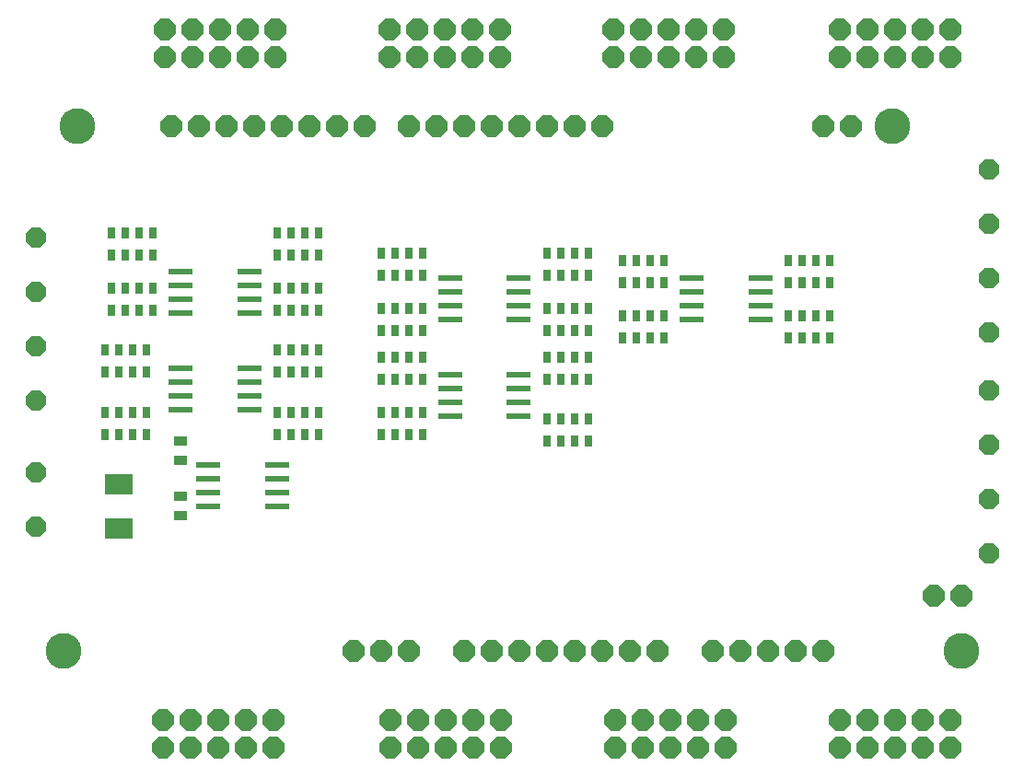
<source format=gts>
G04 EAGLE Gerber X2 export*
%TF.Part,Single*%
%TF.FileFunction,Other,Top Soldermask*%
%TF.FilePolarity,Positive*%
%TF.GenerationSoftware,Autodesk,EAGLE,8.7.1*%
%TF.CreationDate,2018-03-29T20:03:01Z*%
G75*
%MOMM*%
%FSLAX34Y34*%
%LPD*%
%AMOC8*
5,1,8,0,0,1.08239X$1,22.5*%
G01*
%ADD10P,2.144431X8X112.500000*%
%ADD11C,3.301600*%
%ADD12P,2.048207X8X202.500000*%
%ADD13P,2.048207X8X22.500000*%
%ADD14P,2.144431X8X22.500000*%
%ADD15P,2.144431X8X202.500000*%
%ADD16R,2.501600X1.901600*%
%ADD17R,2.301600X0.601600*%
%ADD18R,0.751600X1.101600*%
%ADD19R,1.301600X0.901600*%


D10*
X704850Y139700D03*
X730250Y139700D03*
X755650Y139700D03*
X781050Y139700D03*
X679450Y139700D03*
X781050Y622300D03*
X806450Y622300D03*
X476250Y139700D03*
X501650Y139700D03*
X527050Y139700D03*
X552450Y139700D03*
X577850Y139700D03*
X603250Y139700D03*
X628650Y139700D03*
X450850Y139700D03*
X425450Y622300D03*
X450850Y622300D03*
X476250Y622300D03*
X501650Y622300D03*
X527050Y622300D03*
X552450Y622300D03*
X577850Y622300D03*
X400050Y622300D03*
X207010Y622300D03*
X232410Y622300D03*
X257810Y622300D03*
X283210Y622300D03*
X308610Y622300D03*
X334010Y622300D03*
X359410Y622300D03*
X181610Y622300D03*
X882650Y190500D03*
X908050Y190500D03*
X349250Y139700D03*
X374650Y139700D03*
X400050Y139700D03*
D11*
X95250Y622300D03*
X82550Y139700D03*
X844550Y622300D03*
X908050Y139700D03*
D12*
X933450Y433000D03*
X933450Y483000D03*
X933450Y533000D03*
X933450Y583000D03*
X933450Y229800D03*
X933450Y279800D03*
X933450Y329800D03*
X933450Y379800D03*
D13*
X57700Y519900D03*
X57700Y469900D03*
X57700Y419900D03*
X57700Y369900D03*
D14*
X796450Y685800D03*
X796450Y711200D03*
X821850Y685800D03*
X821850Y711200D03*
X847250Y685800D03*
X847250Y711200D03*
X872650Y685800D03*
X872650Y711200D03*
X898050Y685800D03*
X898050Y711200D03*
D15*
X898050Y76200D03*
X898050Y50800D03*
X872650Y76200D03*
X872650Y50800D03*
X847250Y76200D03*
X847250Y50800D03*
X821850Y76200D03*
X821850Y50800D03*
X796450Y76200D03*
X796450Y50800D03*
D14*
X588250Y685800D03*
X588250Y711200D03*
X613650Y685800D03*
X613650Y711200D03*
X639050Y685800D03*
X639050Y711200D03*
X664450Y685800D03*
X664450Y711200D03*
X689850Y685800D03*
X689850Y711200D03*
D15*
X691750Y76200D03*
X691750Y50800D03*
X666350Y76200D03*
X666350Y50800D03*
X640950Y76200D03*
X640950Y50800D03*
X615550Y76200D03*
X615550Y50800D03*
X590150Y76200D03*
X590150Y50800D03*
D14*
X382350Y685800D03*
X382350Y711200D03*
X407750Y685800D03*
X407750Y711200D03*
X433150Y685800D03*
X433150Y711200D03*
X458550Y685800D03*
X458550Y711200D03*
X483950Y685800D03*
X483950Y711200D03*
D15*
X485050Y76200D03*
X485050Y50800D03*
X459650Y76200D03*
X459650Y50800D03*
X434250Y76200D03*
X434250Y50800D03*
X408850Y76200D03*
X408850Y50800D03*
X383450Y76200D03*
X383450Y50800D03*
D14*
X176450Y685800D03*
X176450Y711200D03*
X201850Y685800D03*
X201850Y711200D03*
X227250Y685800D03*
X227250Y711200D03*
X252650Y685800D03*
X252650Y711200D03*
X278050Y685800D03*
X278050Y711200D03*
D15*
X276050Y76200D03*
X276050Y50800D03*
X250650Y76200D03*
X250650Y50800D03*
X225250Y76200D03*
X225250Y50800D03*
X199850Y76200D03*
X199850Y50800D03*
X174450Y76200D03*
X174450Y50800D03*
D13*
X57150Y304400D03*
X57150Y254400D03*
D16*
X133350Y293300D03*
X133350Y252800D03*
D17*
X253790Y361950D03*
X253790Y374550D03*
X253790Y387250D03*
X253790Y399950D03*
X190710Y361950D03*
X190710Y374650D03*
X190710Y387350D03*
X190710Y400050D03*
D18*
X317500Y416400D03*
X304800Y416400D03*
X292100Y416400D03*
X279400Y416400D03*
X317500Y396400D03*
X304800Y396400D03*
X292100Y396400D03*
X279400Y396400D03*
X317500Y359250D03*
X304800Y359250D03*
X292100Y359250D03*
X279400Y359250D03*
X317500Y339250D03*
X304800Y339250D03*
X292100Y339250D03*
X279400Y339250D03*
X120650Y339250D03*
X133350Y339250D03*
X146050Y339250D03*
X158750Y339250D03*
X120650Y359250D03*
X133350Y359250D03*
X146050Y359250D03*
X158750Y359250D03*
X120650Y396400D03*
X133350Y396400D03*
X146050Y396400D03*
X158750Y396400D03*
X120650Y416400D03*
X133350Y416400D03*
X146050Y416400D03*
X158750Y416400D03*
D17*
X253790Y450850D03*
X253790Y463450D03*
X253790Y476150D03*
X253790Y488850D03*
X190710Y450850D03*
X190710Y463550D03*
X190710Y476250D03*
X190710Y488950D03*
D18*
X317500Y524350D03*
X304800Y524350D03*
X292100Y524350D03*
X279400Y524350D03*
X317500Y504350D03*
X304800Y504350D03*
X292100Y504350D03*
X279400Y504350D03*
X317500Y473550D03*
X304800Y473550D03*
X292100Y473550D03*
X279400Y473550D03*
X317500Y453550D03*
X304800Y453550D03*
X292100Y453550D03*
X279400Y453550D03*
X127000Y453550D03*
X139700Y453550D03*
X152400Y453550D03*
X165100Y453550D03*
X127000Y473550D03*
X139700Y473550D03*
X152400Y473550D03*
X165100Y473550D03*
X127000Y504350D03*
X139700Y504350D03*
X152400Y504350D03*
X165100Y504350D03*
X127000Y524350D03*
X139700Y524350D03*
X152400Y524350D03*
X165100Y524350D03*
D17*
X501440Y444500D03*
X501440Y457100D03*
X501440Y469800D03*
X501440Y482500D03*
X438360Y444500D03*
X438360Y457200D03*
X438360Y469900D03*
X438360Y482600D03*
D18*
X565150Y505300D03*
X552450Y505300D03*
X539750Y505300D03*
X527050Y505300D03*
X565150Y485300D03*
X552450Y485300D03*
X539750Y485300D03*
X527050Y485300D03*
X565150Y454500D03*
X552450Y454500D03*
X539750Y454500D03*
X527050Y454500D03*
X565150Y434500D03*
X552450Y434500D03*
X539750Y434500D03*
X527050Y434500D03*
X374650Y434500D03*
X387350Y434500D03*
X400050Y434500D03*
X412750Y434500D03*
X374650Y454500D03*
X387350Y454500D03*
X400050Y454500D03*
X412750Y454500D03*
X374650Y485300D03*
X387350Y485300D03*
X400050Y485300D03*
X412750Y485300D03*
X374650Y505300D03*
X387350Y505300D03*
X400050Y505300D03*
X412750Y505300D03*
D17*
X501440Y355600D03*
X501440Y368200D03*
X501440Y380900D03*
X501440Y393600D03*
X438360Y355600D03*
X438360Y368300D03*
X438360Y381000D03*
X438360Y393700D03*
D18*
X565150Y410050D03*
X552450Y410050D03*
X539750Y410050D03*
X527050Y410050D03*
X565150Y390050D03*
X552450Y390050D03*
X539750Y390050D03*
X527050Y390050D03*
X565150Y352900D03*
X552450Y352900D03*
X539750Y352900D03*
X527050Y352900D03*
X565150Y332900D03*
X552450Y332900D03*
X539750Y332900D03*
X527050Y332900D03*
X374650Y339250D03*
X387350Y339250D03*
X400050Y339250D03*
X412750Y339250D03*
X374650Y359250D03*
X387350Y359250D03*
X400050Y359250D03*
X412750Y359250D03*
X374650Y390050D03*
X387350Y390050D03*
X400050Y390050D03*
X412750Y390050D03*
X374650Y410050D03*
X387350Y410050D03*
X400050Y410050D03*
X412750Y410050D03*
D17*
X723690Y444500D03*
X723690Y457100D03*
X723690Y469800D03*
X723690Y482500D03*
X660610Y444500D03*
X660610Y457200D03*
X660610Y469900D03*
X660610Y482600D03*
D18*
X787400Y498950D03*
X774700Y498950D03*
X762000Y498950D03*
X749300Y498950D03*
X787400Y478950D03*
X774700Y478950D03*
X762000Y478950D03*
X749300Y478950D03*
X787400Y448150D03*
X774700Y448150D03*
X762000Y448150D03*
X749300Y448150D03*
X787400Y428150D03*
X774700Y428150D03*
X762000Y428150D03*
X749300Y428150D03*
X596900Y428150D03*
X609600Y428150D03*
X622300Y428150D03*
X635000Y428150D03*
X596900Y448150D03*
X609600Y448150D03*
X622300Y448150D03*
X635000Y448150D03*
X596900Y478950D03*
X609600Y478950D03*
X622300Y478950D03*
X635000Y478950D03*
X596900Y498950D03*
X609600Y498950D03*
X622300Y498950D03*
X635000Y498950D03*
D17*
X216110Y311150D03*
X216110Y298550D03*
X216110Y285850D03*
X216110Y273150D03*
X279190Y311150D03*
X279190Y298450D03*
X279190Y285750D03*
X279190Y273050D03*
D19*
X190500Y314850D03*
X190500Y332850D03*
X190500Y264050D03*
X190500Y282050D03*
M02*

</source>
